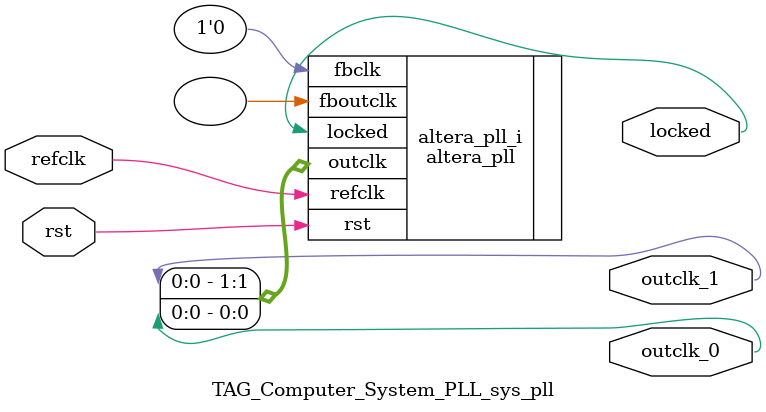
<source format=v>
`timescale 1ns/10ps
module  TAG_Computer_System_PLL_sys_pll(

	// interface 'refclk'
	input wire refclk,

	// interface 'reset'
	input wire rst,

	// interface 'outclk0'
	output wire outclk_0,

	// interface 'outclk1'
	output wire outclk_1,

	// interface 'locked'
	output wire locked
);

	altera_pll #(
		.fractional_vco_multiplier("false"),
		.reference_clock_frequency("50.0 MHz"),
		.operation_mode("direct"),
		.number_of_clocks(2),
		.output_clock_frequency0("50.000000 MHz"),
		.phase_shift0("0 ps"),
		.duty_cycle0(50),
		.output_clock_frequency1("50.000000 MHz"),
		.phase_shift1("-3000 ps"),
		.duty_cycle1(50),
		.output_clock_frequency2("0 MHz"),
		.phase_shift2("0 ps"),
		.duty_cycle2(50),
		.output_clock_frequency3("0 MHz"),
		.phase_shift3("0 ps"),
		.duty_cycle3(50),
		.output_clock_frequency4("0 MHz"),
		.phase_shift4("0 ps"),
		.duty_cycle4(50),
		.output_clock_frequency5("0 MHz"),
		.phase_shift5("0 ps"),
		.duty_cycle5(50),
		.output_clock_frequency6("0 MHz"),
		.phase_shift6("0 ps"),
		.duty_cycle6(50),
		.output_clock_frequency7("0 MHz"),
		.phase_shift7("0 ps"),
		.duty_cycle7(50),
		.output_clock_frequency8("0 MHz"),
		.phase_shift8("0 ps"),
		.duty_cycle8(50),
		.output_clock_frequency9("0 MHz"),
		.phase_shift9("0 ps"),
		.duty_cycle9(50),
		.output_clock_frequency10("0 MHz"),
		.phase_shift10("0 ps"),
		.duty_cycle10(50),
		.output_clock_frequency11("0 MHz"),
		.phase_shift11("0 ps"),
		.duty_cycle11(50),
		.output_clock_frequency12("0 MHz"),
		.phase_shift12("0 ps"),
		.duty_cycle12(50),
		.output_clock_frequency13("0 MHz"),
		.phase_shift13("0 ps"),
		.duty_cycle13(50),
		.output_clock_frequency14("0 MHz"),
		.phase_shift14("0 ps"),
		.duty_cycle14(50),
		.output_clock_frequency15("0 MHz"),
		.phase_shift15("0 ps"),
		.duty_cycle15(50),
		.output_clock_frequency16("0 MHz"),
		.phase_shift16("0 ps"),
		.duty_cycle16(50),
		.output_clock_frequency17("0 MHz"),
		.phase_shift17("0 ps"),
		.duty_cycle17(50),
		.pll_type("General"),
		.pll_subtype("General")
	) altera_pll_i (
		.rst	(rst),
		.outclk	({outclk_1, outclk_0}),
		.locked	(locked),
		.fboutclk	( ),
		.fbclk	(1'b0),
		.refclk	(refclk)
	);
endmodule


</source>
